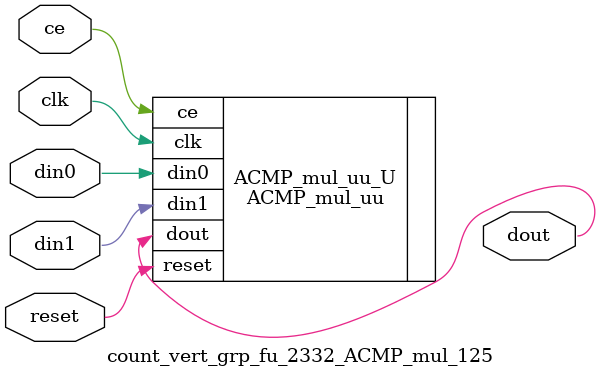
<source format=v>

`timescale 1 ns / 1 ps
module count_vert_grp_fu_2332_ACMP_mul_125(
    clk,
    reset,
    ce,
    din0,
    din1,
    dout);

parameter ID = 32'd1;
parameter NUM_STAGE = 32'd1;
parameter din0_WIDTH = 32'd1;
parameter din1_WIDTH = 32'd1;
parameter dout_WIDTH = 32'd1;
input clk;
input reset;
input ce;
input[din0_WIDTH - 1:0] din0;
input[din1_WIDTH - 1:0] din1;
output[dout_WIDTH - 1:0] dout;



ACMP_mul_uu #(
.ID( ID ),
.NUM_STAGE( 3 ),
.din0_WIDTH( din0_WIDTH ),
.din1_WIDTH( din1_WIDTH ),
.dout_WIDTH( dout_WIDTH ))
ACMP_mul_uu_U(
    .clk( clk ),
    .reset( reset ),
    .ce( ce ),
    .din0( din0 ),
    .din1( din1 ),
    .dout( dout ));

endmodule

</source>
